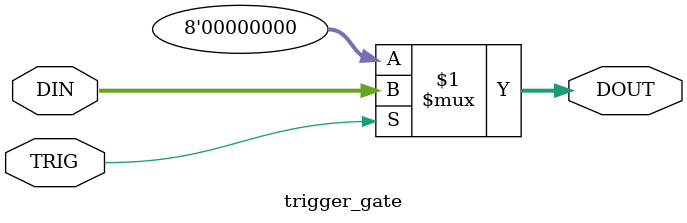
<source format=v>
module trigger_gate (
    input        TRIG,
    input  [7:0] DIN,
    output [7:0] DOUT
);

    assign DOUT = TRIG ? DIN : 8'd0;

endmodule


</source>
